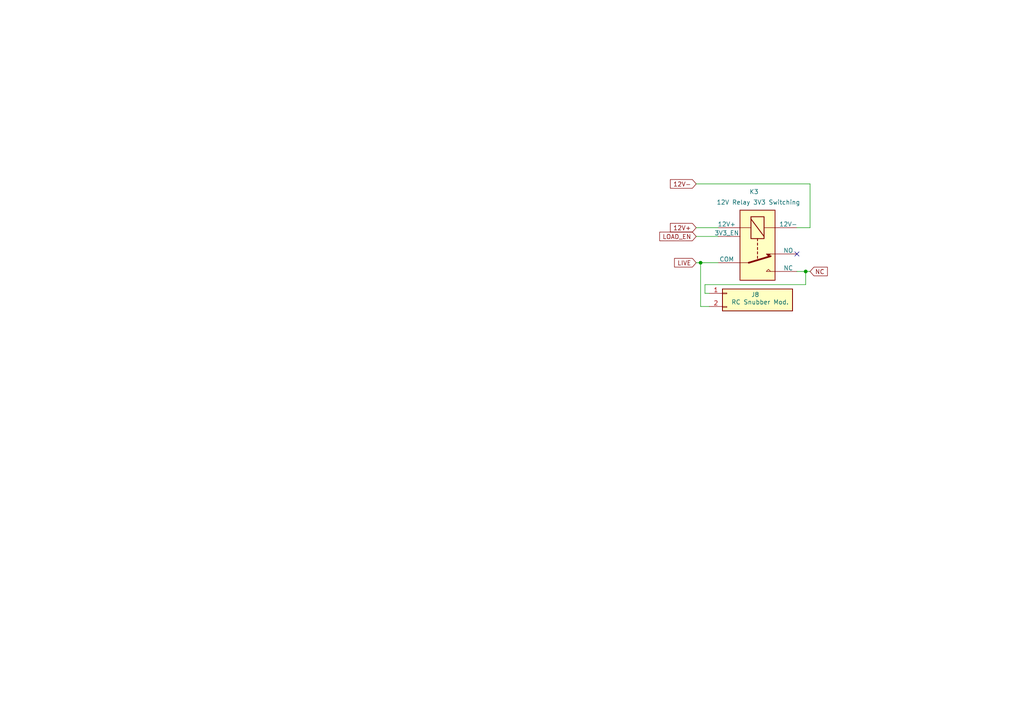
<source format=kicad_sch>
(kicad_sch (version 20250114) (generator "eeschema") (generator_version "9.0")
  (paper "A4")
  (lib_symbols
    (symbol "Connector_Generic:Conn_01x02" (pin_names (offset 1.016) (hide yes))
      (property "Reference" "J4" (at 7.0297 -0.3579 0))
      (property "Value" "RC Snubber Mod." (at 1.27 -2.54 0))
      (symbol "Conn_01x02_1_1"
        (rectangle (start -1.27 1.27) (end 19.05 -5.08) (stroke (width 0.254)) (fill (type background)))
        (rectangle (start -1.27 0.127) (end 0 -0.127) (stroke (width 0.1524)))
        (rectangle (start -1.27 -3.81) (end 0 -4.064) (stroke (width 0.1524)))
        (pin passive line (at -5.08 0 0) (length 3.81) (name "Pin_1") (number "1"))
        (pin passive line (at -5.08 -3.81 0) (length 3.81) (name "Pin_2") (number "2"))
      )
    )
    (symbol "SILxx-1Cxx-51x_1" (pin_numbers (hide yes)) (pin_names (offset 0))
      (property "Reference" "K3" (at 1.524 19.304 0))
      (property "Value" "12V Relay 3V3 Switching" (at 2.794 16.256 0))
      (symbol "SILxx-1Cxx-51x_1_0_0"
        (polyline (pts (xy 7.62 -3.81) (xy 5.08 -3.81) (xy 5.715 -3.175) (xy 6.35 -3.81)))
      )
      (symbol "SILxx-1Cxx-51x_1_0_1"
        (polyline (pts (xy -2.54 8.89) (xy -3.81 8.89)))
        (polyline (pts (xy -2.54 8.89) (xy 0.635 8.89)))
        (polyline (pts (xy -2.54 6.35) (xy -3.81 6.35)))
        (polyline (pts (xy -2.54 -1.27) (xy -3.81 -1.27)))
        (polyline (pts (xy 0 -1.27) (xy -2.54 -1.27)))
        (polyline (pts (xy 0 -1.27) (xy 6.35 0.635)) (stroke (width 0.508)))
        (polyline (pts (xy 0.635 11.43) (xy 4.445 6.35)) (stroke (width 0.254)))
        (polyline (pts (xy 2.54 5.715) (xy 2.54 5.08)) (stroke (width 0.254)))
        (polyline (pts (xy 2.54 4.445) (xy 2.54 3.81)) (stroke (width 0.254)))
        (polyline (pts (xy 2.54 3.175) (xy 2.54 2.54)) (stroke (width 0.254)))
        (polyline (pts (xy 2.54 1.905) (xy 2.54 1.27)) (stroke (width 0.254)))
        (polyline (pts (xy 2.54 0.635) (xy 2.54 0)) (stroke (width 0.254)))
        (rectangle (start 4.445 12.065) (end 0.635 5.715) (stroke (width 0.254)))
        (rectangle (start 7.62 13.97) (end -2.54 -6.35) (stroke (width 0.254)) (fill (type background)))
        (polyline (pts (xy 7.62 8.89) (xy 4.445 8.89)))
        (polyline (pts (xy 7.62 1.27) (xy 5.08 1.27) (xy 5.715 0.635) (xy 6.35 1.27)) (fill (type outline)))
        (polyline (pts (xy 8.89 8.89) (xy 7.62 8.89)))
        (polyline (pts (xy 8.89 1.27) (xy 7.62 1.27)))
        (polyline (pts (xy 8.89 -3.81) (xy 7.62 -3.81)))
      )
      (symbol "SILxx-1Cxx-51x_1_1_0"
        (pin input line (at -8.89 6.35 0) (length 5) (name "3V3_EN") (number "4"))
      )
      (symbol "SILxx-1Cxx-51x_1_1_1"
        (pin power_in line (at -8.89 8.89 0) (length 5) (name "12V+") (number "3"))
        (pin power_in line (at -8.89 -1.27 0) (length 5) (name "COM") (number "7"))
        (pin power_out line (at 13.97 8.89 180) (length 5) (name "12V-") (number "5"))
        (pin power_out line (at 13.97 1.27 180) (length 5) (name "NO") (number "2"))
        (pin power_out line (at 13.97 -3.81 180) (length 5) (name "NC") (number "1"))
      )
    )
  )
  (junction (at 203.2 76.2))
  (junction (at 233.68 78.74))
  (no_connect (at 231.14 73.66))
  (wire (pts (xy 233.68 78.74) (xy 233.68 82.55)))
  (wire (pts (xy 234.95 66.04) (xy 231.14 66.04)))
  (wire (pts (xy 201.93 76.2) (xy 203.2 76.2)))
  (wire (pts (xy 201.93 68.58) (xy 208.28 68.58)))
  (wire (pts (xy 201.93 66.04) (xy 208.28 66.04)))
  (wire (pts (xy 204.47 85.09) (xy 205.74 85.09)))
  (wire (pts (xy 204.47 82.55) (xy 233.68 82.55)))
  (wire (pts (xy 233.68 78.74) (xy 234.95 78.74)))
  (wire (pts (xy 201.93 53.34) (xy 234.95 53.34)))
  (wire (pts (xy 205.74 88.9) (xy 203.2 88.9)))
  (wire (pts (xy 204.47 82.55) (xy 204.47 85.09)))
  (wire (pts (xy 234.95 53.34) (xy 234.95 66.04)))
  (wire (pts (xy 231.14 78.74) (xy 233.68 78.74)))
  (wire (pts (xy 203.2 76.2) (xy 208.28 76.2)))
  (wire (pts (xy 203.2 88.9) (xy 203.2 76.2)))
  (global_label "LOAD_EN" (shape input) (at 201.93 68.58 180) (property "Intersheetrefs" "${INTERSHEET_REFS}" (effects (hide yes))))
  (global_label "12V+" (shape input) (at 201.93 66.04 180) (property "Intersheetrefs" "${INTERSHEET_REFS}" (effects (hide yes))))
  (global_label "12V-" (shape input) (at 201.93 53.34 180) (property "Intersheetrefs" "${INTERSHEET_REFS}" (effects (hide yes))))
  (global_label "LIVE" (shape input) (at 201.93 76.2 180) (property "Intersheetrefs" "${INTERSHEET_REFS}" (effects (hide yes))))
  (global_label "NC" (shape input) (at 234.95 78.74 0) (property "Intersheetrefs" "${INTERSHEET_REFS}" (effects (hide yes))))
  (symbol (lib_name "SILxx-1Cxx-51x_1") (lib_id "Relay:SILxx-1Cxx-51x") (at 217.17 74.93 0) (unit 1)
    (property "Reference" "K3" (at 218.694 55.626 0))
    (property "Value" "12V Relay 3V3 Switching" (at 219.964 58.674 0))
    (property "Footprint" "Relay_THT:Relay_SPDT_StandexMeder_SIL_Form1C" (effects (hide yes)))
    (property "Datasheet" "https://standexelectronics.com/wp-content/uploads/datasheet_reed_relay_SIL.pdf" (effects (hide yes)))
    (property "Description" "Standex Meder SIL reed relay, SPDT" (effects (hide yes)))
  )
  (symbol (lib_id "Connector_Generic:Conn_01x02") (at 210.82 85.09 0) (unit 1)
    (property "Reference" "J8" (at 217.8497 85.4479 0) (effects (justify left)))
    (property "Value" "RC Snubber Mod." (at 212.09 87.63 0) (effects (justify left)))
    (property "Description" "Generic connector, single row, 01x02, script generated (kicad-library-utils/schlib/autogen/connector/)" (effects (hide yes)))
  )
)
</source>
